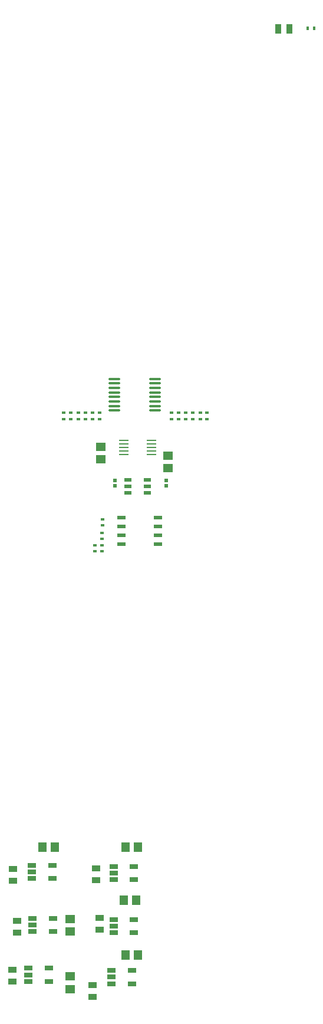
<source format=gbr>
G04 Layer_Color=8421504*
%FSLAX26Y26*%
%MOIN*%
%TF.FileFunction,Paste,Top*%
%TF.Part,Single*%
G01*
G75*
%TA.AperFunction,SMDPad,CuDef*%
%ADD10R,0.021654X0.017716*%
%ADD11R,0.051181X0.033465*%
G04:AMPARAMS|DCode=12|XSize=25.591mil|YSize=47.244mil|CornerRadius=1.919mil|HoleSize=0mil|Usage=FLASHONLY|Rotation=90.000|XOffset=0mil|YOffset=0mil|HoleType=Round|Shape=RoundedRectangle|*
%AMROUNDEDRECTD12*
21,1,0.025591,0.043406,0,0,90.0*
21,1,0.021752,0.047244,0,0,90.0*
1,1,0.003839,0.021703,0.010876*
1,1,0.003839,0.021703,-0.010876*
1,1,0.003839,-0.021703,-0.010876*
1,1,0.003839,-0.021703,0.010876*
%
%ADD12ROUNDEDRECTD12*%
%ADD13R,0.017716X0.021654*%
%ADD14R,0.057087X0.045276*%
%ADD15R,0.045276X0.057087*%
%ADD16R,0.037402X0.053150*%
G04:AMPARAMS|DCode=17|XSize=21.654mil|YSize=49.213mil|CornerRadius=1.949mil|HoleSize=0mil|Usage=FLASHONLY|Rotation=90.000|XOffset=0mil|YOffset=0mil|HoleType=Round|Shape=RoundedRectangle|*
%AMROUNDEDRECTD17*
21,1,0.021654,0.045315,0,0,90.0*
21,1,0.017756,0.049213,0,0,90.0*
1,1,0.003898,0.022657,0.008878*
1,1,0.003898,0.022657,-0.008878*
1,1,0.003898,-0.022657,-0.008878*
1,1,0.003898,-0.022657,0.008878*
%
%ADD17ROUNDEDRECTD17*%
%ADD18O,0.057087X0.009842*%
%ADD19O,0.072835X0.013780*%
%ADD20R,0.039370X0.023622*%
%ADD21R,0.020472X0.020472*%
D10*
X525000Y-1962716D02*
D03*
X525000Y-1927283D02*
D03*
X485000Y-1927284D02*
D03*
X485000Y-1962717D02*
D03*
X-80000Y-1962716D02*
D03*
X-80000Y-1927283D02*
D03*
X-120000Y-1927284D02*
D03*
X-120000Y-1962717D02*
D03*
X-162676Y-1962716D02*
D03*
X-162676Y-1927283D02*
D03*
X15000Y-2529202D02*
D03*
X15000Y-2564635D02*
D03*
X-40000Y-1962716D02*
D03*
X-40000Y-1927283D02*
D03*
X0Y-1927284D02*
D03*
X0Y-1962717D02*
D03*
X445434Y-1962716D02*
D03*
X445434Y-1927283D02*
D03*
X570000Y-1962716D02*
D03*
X570000Y-1927283D02*
D03*
X607324Y-1962838D02*
D03*
X607324Y-1927406D02*
D03*
X407324Y-1962838D02*
D03*
X407324Y-1927406D02*
D03*
X14196Y-2640658D02*
D03*
X14196Y-2605224D02*
D03*
X-25804Y-2710658D02*
D03*
X-25804Y-2675224D02*
D03*
X14196Y-2675224D02*
D03*
X14196Y-2710658D02*
D03*
X-203819Y-1962716D02*
D03*
X-203819Y-1927284D02*
D03*
D11*
X0Y-4848465D02*
D03*
X0Y-4781535D02*
D03*
X-20000Y-4568465D02*
D03*
X-20000Y-4501535D02*
D03*
X-495000Y-5143465D02*
D03*
X-495000Y-5076535D02*
D03*
X-40000Y-5161535D02*
D03*
X-40000Y-5228465D02*
D03*
X-490000Y-4573465D02*
D03*
X-490000Y-4506535D02*
D03*
X-468622Y-4800158D02*
D03*
X-468622Y-4867086D02*
D03*
D12*
X-286929Y-5067598D02*
D03*
X-286929Y-5142401D02*
D03*
X-403071Y-5142401D02*
D03*
X-403071Y-5105000D02*
D03*
X-403071Y-5067598D02*
D03*
X194017Y-4792598D02*
D03*
X194017Y-4867401D02*
D03*
X77875Y-4867401D02*
D03*
X77875Y-4830000D02*
D03*
X77875Y-4792598D02*
D03*
X182049Y-5080315D02*
D03*
X182049Y-5155118D02*
D03*
X65907Y-5155118D02*
D03*
X65907Y-5117717D02*
D03*
X65907Y-5080315D02*
D03*
X-266929Y-4486220D02*
D03*
X-266929Y-4561024D02*
D03*
X-383071Y-4561024D02*
D03*
X-383071Y-4523622D02*
D03*
X-383071Y-4486220D02*
D03*
X-381692Y-4786220D02*
D03*
X-381692Y-4823622D02*
D03*
X-381692Y-4861024D02*
D03*
X-265550Y-4861024D02*
D03*
X-265550Y-4786220D02*
D03*
X77875Y-4492598D02*
D03*
X77875Y-4530000D02*
D03*
X77875Y-4567402D02*
D03*
X194017Y-4567402D02*
D03*
X194017Y-4492598D02*
D03*
D13*
X1211024Y245276D02*
D03*
X1175591Y245276D02*
D03*
D14*
X-168622Y-4788188D02*
D03*
X-168622Y-4859054D02*
D03*
X-168622Y-5114567D02*
D03*
X-168622Y-5185433D02*
D03*
X7324Y-2190556D02*
D03*
X7324Y-2119688D02*
D03*
X387324Y-2240556D02*
D03*
X387324Y-2169688D02*
D03*
D15*
X-253188Y-4383622D02*
D03*
X-324054Y-4383622D02*
D03*
X216812Y-4993622D02*
D03*
X145946Y-4993622D02*
D03*
X206812Y-4683622D02*
D03*
X135946Y-4683622D02*
D03*
X216812Y-4383622D02*
D03*
X145946Y-4383622D02*
D03*
D16*
X1072600Y243386D02*
D03*
X1009608Y243386D02*
D03*
D17*
X123978Y-2520122D02*
D03*
X123978Y-2570122D02*
D03*
X123978Y-2620122D02*
D03*
X123978Y-2670122D02*
D03*
X330670Y-2520122D02*
D03*
X330670Y-2570122D02*
D03*
X330670Y-2620122D02*
D03*
X330670Y-2670122D02*
D03*
D18*
X134472Y-2083570D02*
D03*
X134472Y-2103256D02*
D03*
X134472Y-2122940D02*
D03*
X134472Y-2142626D02*
D03*
X134472Y-2162310D02*
D03*
X293922Y-2083570D02*
D03*
X293922Y-2103256D02*
D03*
X293922Y-2122940D02*
D03*
X293922Y-2142626D02*
D03*
X293922Y-2162310D02*
D03*
D19*
X82166Y-1735556D02*
D03*
X82166Y-1761146D02*
D03*
X82166Y-1786736D02*
D03*
X82166Y-1812326D02*
D03*
X82166Y-1837918D02*
D03*
X82166Y-1863508D02*
D03*
X82166Y-1889098D02*
D03*
X82166Y-1914688D02*
D03*
X312482Y-1735556D02*
D03*
X312482Y-1761146D02*
D03*
X312482Y-1786736D02*
D03*
X312482Y-1812326D02*
D03*
X312482Y-1837918D02*
D03*
X312482Y-1863508D02*
D03*
X312482Y-1889098D02*
D03*
X312482Y-1914688D02*
D03*
D20*
X268330Y-2305538D02*
D03*
X268330Y-2342940D02*
D03*
X268330Y-2380342D02*
D03*
X160062Y-2380342D02*
D03*
X160062Y-2342940D02*
D03*
X160062Y-2305538D02*
D03*
D21*
X377324Y-2340870D02*
D03*
X377324Y-2309374D02*
D03*
X87324Y-2340870D02*
D03*
X87324Y-2309374D02*
D03*
%TF.MD5,086a65eaa58d00d5bf02b6553c772659*%
M02*

</source>
